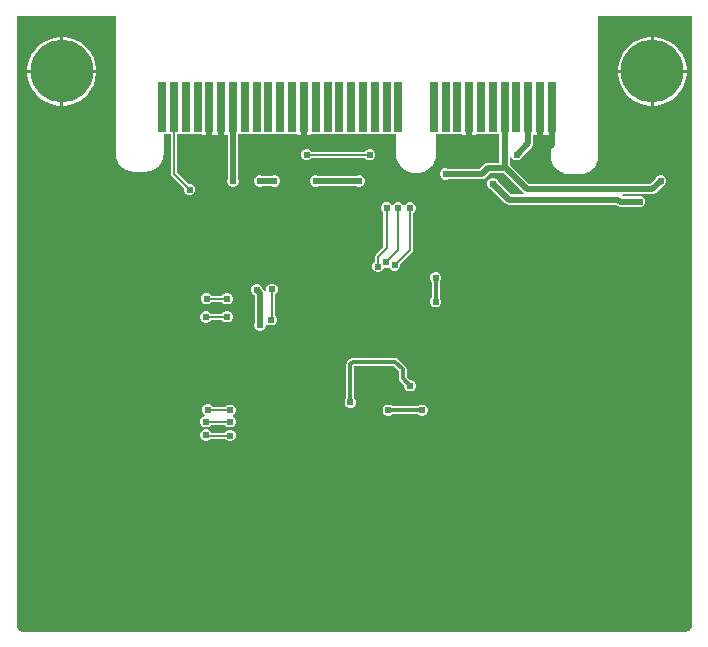
<source format=gbl>
G04*
G04 #@! TF.GenerationSoftware,Altium Limited,Altium Designer,22.7.1 (60)*
G04*
G04 Layer_Physical_Order=2*
G04 Layer_Color=16711680*
%FSLAX25Y25*%
%MOIN*%
G70*
G04*
G04 #@! TF.SameCoordinates,AD343771-C5E9-4EEF-B234-C8D92CA984D8*
G04*
G04*
G04 #@! TF.FilePolarity,Positive*
G04*
G01*
G75*
%ADD14C,0.01200*%
%ADD15C,0.00800*%
%ADD37R,0.02756X0.16535*%
%ADD38R,0.02756X0.16535*%
%ADD39C,0.00600*%
%ADD40C,0.02000*%
%ADD41C,0.20866*%
%ADD42C,0.01400*%
%ADD43C,0.02400*%
G36*
X536864Y205500D02*
Y205306D01*
X536788Y204924D01*
X536639Y204565D01*
X536423Y204241D01*
X536148Y203967D01*
X535825Y203750D01*
X535466Y203602D01*
X535084Y203526D01*
X313691D01*
X313310Y203602D01*
X312951Y203750D01*
X312627Y203967D01*
X312352Y204242D01*
X312136Y204565D01*
X311987Y204924D01*
X311912Y205306D01*
Y205500D01*
Y408858D01*
X344643Y408858D01*
X344700Y408846D01*
X344753Y408824D01*
X344801Y408792D01*
X344842Y408751D01*
X344874Y408703D01*
X344896Y408650D01*
X344907Y408593D01*
X344907Y362808D01*
X344917Y362734D01*
X344911Y362660D01*
X344925Y362375D01*
X344965Y362155D01*
X344979Y361933D01*
X345091Y361374D01*
X345186Y361093D01*
X345263Y360806D01*
X345481Y360279D01*
X345629Y360022D01*
X345761Y359756D01*
X346077Y359282D01*
X346273Y359059D01*
X346454Y358824D01*
X346857Y358420D01*
X347092Y358240D01*
X347315Y358044D01*
X347789Y357728D01*
X348056Y357596D01*
X348312Y357448D01*
X348839Y357230D01*
X349126Y357153D01*
X349407Y357057D01*
X349966Y356946D01*
X350188Y356932D01*
X350408Y356892D01*
X350693Y356878D01*
X350767Y356884D01*
X350841Y356874D01*
X354835Y356874D01*
X354909Y356884D01*
X354984Y356878D01*
X355272Y356892D01*
X355491Y356932D01*
X355714Y356946D01*
X356279Y357059D01*
X356560Y357154D01*
X356847Y357231D01*
X357379Y357452D01*
X357636Y357600D01*
X357903Y357731D01*
X358382Y358051D01*
X358605Y358247D01*
X358840Y358428D01*
X359248Y358835D01*
X359429Y359071D01*
X359624Y359294D01*
X359944Y359773D01*
X360076Y360039D01*
X360224Y360296D01*
X360444Y360829D01*
X360521Y361115D01*
X360617Y361396D01*
X360729Y361962D01*
X360744Y362184D01*
X360784Y362403D01*
X360798Y362692D01*
X360792Y362766D01*
X360802Y362840D01*
Y369487D01*
X363150D01*
Y356075D01*
X363150Y356075D01*
X363235Y355646D01*
X363479Y355282D01*
X367600Y351160D01*
Y350468D01*
X367889Y349770D01*
X368424Y349236D01*
X369122Y348946D01*
X369878D01*
X370576Y349236D01*
X371111Y349770D01*
X371400Y350468D01*
Y351224D01*
X371111Y351923D01*
X370576Y352457D01*
X369878Y352747D01*
X369186D01*
X365393Y356539D01*
Y369487D01*
X373705D01*
Y369187D01*
X375583D01*
Y378454D01*
X376583D01*
Y369187D01*
X379520D01*
Y378454D01*
X380520D01*
Y369187D01*
X382223D01*
Y354524D01*
X382057Y354122D01*
Y353366D01*
X382346Y352668D01*
X382880Y352133D01*
X383579Y351844D01*
X384335D01*
X385033Y352133D01*
X385567Y352668D01*
X385857Y353366D01*
Y354122D01*
X385690Y354524D01*
Y369487D01*
X405201D01*
Y369187D01*
X407079D01*
Y378454D01*
X408079D01*
Y369187D01*
X409957D01*
Y369487D01*
X438214D01*
Y362903D01*
X438224Y362829D01*
X438218Y362755D01*
X438234Y362421D01*
X438274Y362202D01*
X438289Y361979D01*
X438419Y361325D01*
X438514Y361044D01*
X438591Y360757D01*
X438846Y360141D01*
X438995Y359884D01*
X439126Y359618D01*
X439497Y359063D01*
X439692Y358840D01*
X439873Y358605D01*
X440345Y358133D01*
X440580Y357952D01*
X440803Y357757D01*
X441358Y357386D01*
X441624Y357255D01*
X441881Y357106D01*
X442498Y356851D01*
X442784Y356774D01*
X443065Y356679D01*
X443719Y356549D01*
X443942Y356534D01*
X444161Y356494D01*
X444495Y356478D01*
X444569Y356484D01*
X444643Y356474D01*
X445317D01*
X445391Y356484D01*
X445466Y356478D01*
X445799Y356494D01*
X446019Y356534D01*
X446241Y356549D01*
X446896Y356679D01*
X447177Y356774D01*
X447463Y356851D01*
X448079Y357106D01*
X448337Y357255D01*
X448603Y357386D01*
X449157Y357757D01*
X449380Y357952D01*
X449616Y358133D01*
X450087Y358605D01*
X450268Y358840D01*
X450464Y359063D01*
X450835Y359618D01*
X450966Y359884D01*
X451114Y360141D01*
X451369Y360757D01*
X451446Y361044D01*
X451542Y361325D01*
X451672Y361979D01*
X451686Y362202D01*
X451726Y362421D01*
X451743Y362755D01*
X451736Y362829D01*
X451746Y362903D01*
Y369487D01*
X460319D01*
Y369187D01*
X462197D01*
Y378454D01*
X463197D01*
Y369187D01*
X465075D01*
Y369487D01*
X472775D01*
Y359733D01*
X469000D01*
X468337Y359601D01*
X467774Y359226D01*
X466282Y357733D01*
X455603D01*
X455201Y357900D01*
X454445D01*
X453747Y357611D01*
X453212Y357076D01*
X452923Y356378D01*
Y355622D01*
X453212Y354924D01*
X453747Y354389D01*
X454445Y354100D01*
X455201D01*
X455603Y354267D01*
X467000D01*
X467663Y354399D01*
X468226Y354774D01*
X469718Y356267D01*
X474282D01*
X480774Y349774D01*
X480774Y349774D01*
X480836Y349733D01*
X480684Y349233D01*
X476604D01*
X472348Y353489D01*
X472182Y353891D01*
X471647Y354426D01*
X470949Y354715D01*
X470193D01*
X469495Y354426D01*
X468960Y353891D01*
X468671Y353193D01*
Y352437D01*
X468960Y351739D01*
X469495Y351204D01*
X469897Y351038D01*
X474660Y346274D01*
X475222Y345899D01*
X475886Y345767D01*
X511582D01*
X511715Y345634D01*
X512277Y345258D01*
X512941Y345126D01*
X518720D01*
X519122Y344959D01*
X519878D01*
X520576Y345249D01*
X521111Y345783D01*
X521400Y346481D01*
Y347237D01*
X521111Y347936D01*
X520576Y348470D01*
X519878Y348759D01*
X519122D01*
X518720Y348593D01*
X513919D01*
X513777Y348767D01*
X514015Y349267D01*
X523756D01*
X524419Y349399D01*
X524982Y349774D01*
X527174Y351967D01*
X527576Y352133D01*
X528111Y352668D01*
X528400Y353366D01*
Y354122D01*
X528111Y354820D01*
X527576Y355355D01*
X526878Y355644D01*
X526122D01*
X525424Y355355D01*
X524889Y354820D01*
X524723Y354418D01*
X523038Y352733D01*
X482718D01*
X476241Y359210D01*
Y361682D01*
X476741Y361781D01*
X476889Y361424D01*
X477424Y360889D01*
X478122Y360600D01*
X478878D01*
X479576Y360889D01*
X480111Y361424D01*
X480277Y361826D01*
X483607Y365156D01*
X483983Y365719D01*
X484115Y366382D01*
Y369187D01*
X485819D01*
Y378454D01*
X486819D01*
Y369187D01*
X488697D01*
Y369187D01*
X489789D01*
Y362502D01*
X489799Y362427D01*
X489793Y362353D01*
X489810Y362010D01*
X489850Y361790D01*
X489864Y361568D01*
X489998Y360895D01*
X490094Y360614D01*
X490170Y360327D01*
X490433Y359693D01*
X490581Y359436D01*
X490713Y359170D01*
X491094Y358599D01*
X491290Y358376D01*
X491470Y358141D01*
X491956Y357655D01*
X492191Y357474D01*
X492414Y357279D01*
X492985Y356898D01*
X493251Y356766D01*
X493508Y356618D01*
X494142Y356355D01*
X494429Y356278D01*
X494710Y356183D01*
X495383Y356049D01*
X495606Y356035D01*
X495825Y355995D01*
X496168Y355978D01*
X496243Y355984D01*
X496316Y355974D01*
X499605Y355974D01*
X499679Y355984D01*
X499753Y355978D01*
X500052Y355993D01*
X500272Y356032D01*
X500494Y356047D01*
X501081Y356164D01*
X501362Y356259D01*
X501649Y356336D01*
X502202Y356565D01*
X502459Y356713D01*
X502725Y356845D01*
X503223Y357177D01*
X503446Y357373D01*
X503681Y357553D01*
X504104Y357977D01*
X504285Y358212D01*
X504481Y358435D01*
X504813Y358933D01*
X504944Y359199D01*
X505093Y359456D01*
X505322Y360009D01*
X505398Y360295D01*
X505494Y360576D01*
X505611Y361163D01*
X505625Y361386D01*
X505665Y361605D01*
X505680Y361904D01*
X505674Y361979D01*
X505683Y362053D01*
X505683Y408858D01*
X536864D01*
X536864Y205500D01*
D02*
G37*
%LPC*%
G36*
X524620Y401698D02*
X524221D01*
Y390765D01*
X535153D01*
Y391165D01*
X534872Y392943D01*
X534316Y394654D01*
X533499Y396258D01*
X532441Y397713D01*
X531169Y398986D01*
X529713Y400044D01*
X528109Y400861D01*
X526398Y401417D01*
X524620Y401698D01*
D02*
G37*
G36*
X523220D02*
X522821D01*
X521043Y401417D01*
X519332Y400861D01*
X517728Y400044D01*
X516272Y398986D01*
X515000Y397713D01*
X513942Y396258D01*
X513125Y394654D01*
X512569Y392943D01*
X512287Y391165D01*
Y390765D01*
X523220D01*
Y401698D01*
D02*
G37*
G36*
X327770D02*
X327370D01*
Y390765D01*
X338303D01*
Y391165D01*
X338022Y392943D01*
X337466Y394654D01*
X336649Y396258D01*
X335591Y397713D01*
X334318Y398986D01*
X332862Y400044D01*
X331259Y400861D01*
X329547Y401417D01*
X327770Y401698D01*
D02*
G37*
G36*
X326370D02*
X325970D01*
X324193Y401417D01*
X322481Y400861D01*
X320878Y400044D01*
X319422Y398986D01*
X318149Y397713D01*
X317092Y396258D01*
X316275Y394654D01*
X315719Y392943D01*
X315437Y391165D01*
Y390765D01*
X326370D01*
Y401698D01*
D02*
G37*
G36*
X535153Y389765D02*
X524221D01*
Y378832D01*
X524620D01*
X526398Y379114D01*
X528109Y379670D01*
X529713Y380487D01*
X531169Y381545D01*
X532441Y382817D01*
X533499Y384273D01*
X534316Y385877D01*
X534872Y387588D01*
X535153Y389366D01*
Y389765D01*
D02*
G37*
G36*
X523220D02*
X512287D01*
Y389366D01*
X512569Y387588D01*
X513125Y385877D01*
X513942Y384273D01*
X515000Y382817D01*
X516272Y381545D01*
X517728Y380487D01*
X519332Y379670D01*
X521043Y379114D01*
X522821Y378832D01*
X523220D01*
Y389765D01*
D02*
G37*
G36*
X338303D02*
X327370D01*
Y378832D01*
X327770D01*
X329547Y379114D01*
X331259Y379670D01*
X332862Y380487D01*
X334318Y381545D01*
X335591Y382817D01*
X336649Y384273D01*
X337466Y385877D01*
X338022Y387588D01*
X338303Y389366D01*
Y389765D01*
D02*
G37*
G36*
X326370D02*
X315437D01*
Y389366D01*
X315719Y387588D01*
X316275Y385877D01*
X317092Y384273D01*
X318149Y382817D01*
X319422Y381545D01*
X320878Y380487D01*
X322481Y379670D01*
X324193Y379114D01*
X325970Y378832D01*
X326370D01*
Y389765D01*
D02*
G37*
G36*
X408878Y364408D02*
X408122D01*
X407424Y364119D01*
X406889Y363584D01*
X406600Y362886D01*
Y362130D01*
X406889Y361432D01*
X407424Y360897D01*
X408122Y360608D01*
X408878D01*
X409576Y360897D01*
X410111Y361432D01*
X410134Y361488D01*
X427863D01*
X427889Y361424D01*
X428424Y360889D01*
X429122Y360600D01*
X429878D01*
X430576Y360889D01*
X431111Y361424D01*
X431400Y362122D01*
Y362878D01*
X431111Y363576D01*
X430576Y364111D01*
X429878Y364400D01*
X429122D01*
X428424Y364111D01*
X427889Y363576D01*
X427869Y363527D01*
X410134D01*
X410111Y363584D01*
X409576Y364119D01*
X408878Y364408D01*
D02*
G37*
G36*
X426378Y355644D02*
X425622D01*
X425220Y355477D01*
X412296D01*
X411894Y355644D01*
X411138D01*
X410440Y355355D01*
X409905Y354820D01*
X409616Y354122D01*
Y353366D01*
X409905Y352668D01*
X410440Y352133D01*
X411138Y351844D01*
X411894D01*
X412296Y352011D01*
X425220D01*
X425622Y351844D01*
X426378D01*
X427076Y352133D01*
X427611Y352668D01*
X427900Y353366D01*
Y354122D01*
X427611Y354820D01*
X427076Y355355D01*
X426378Y355644D01*
D02*
G37*
G36*
X398114D02*
X397358D01*
X396956Y355477D01*
X393780D01*
X393378Y355644D01*
X392622D01*
X391924Y355355D01*
X391389Y354820D01*
X391100Y354122D01*
Y353366D01*
X391389Y352668D01*
X391924Y352133D01*
X392622Y351844D01*
X393378D01*
X393780Y352011D01*
X396956D01*
X397358Y351844D01*
X398114D01*
X398812Y352133D01*
X399347Y352668D01*
X399636Y353366D01*
Y354122D01*
X399347Y354820D01*
X398812Y355355D01*
X398114Y355644D01*
D02*
G37*
G36*
X443378Y346672D02*
X442622D01*
X441924Y346382D01*
X441389Y345848D01*
X441271Y345561D01*
X440729D01*
X440611Y345848D01*
X440076Y346382D01*
X439378Y346672D01*
X438622D01*
X437924Y346382D01*
X437389Y345848D01*
X437339Y345728D01*
X436798D01*
X436749Y345848D01*
X436214Y346382D01*
X435516Y346672D01*
X434760D01*
X434062Y346382D01*
X433527Y345848D01*
X433238Y345149D01*
Y344394D01*
X433527Y343695D01*
X434062Y343161D01*
X434118Y343137D01*
Y331655D01*
X431557Y329094D01*
X431336Y328763D01*
X431258Y328373D01*
Y326802D01*
X431202Y326779D01*
X430667Y326244D01*
X430378Y325546D01*
Y324790D01*
X430667Y324092D01*
X431202Y323557D01*
X431900Y323268D01*
X432656D01*
X433354Y323557D01*
X433889Y324092D01*
X434069Y324527D01*
X434556Y324866D01*
X435312D01*
X435970Y325138D01*
X436210Y324559D01*
X436744Y324024D01*
X437442Y323735D01*
X438198D01*
X438897Y324024D01*
X439431Y324559D01*
X439720Y325257D01*
Y326013D01*
X439697Y326070D01*
X443721Y330094D01*
X443942Y330424D01*
X444020Y330815D01*
Y343137D01*
X444076Y343161D01*
X444611Y343695D01*
X444900Y344394D01*
Y345149D01*
X444611Y345848D01*
X444076Y346382D01*
X443378Y346672D01*
D02*
G37*
G36*
X397288Y319475D02*
X396533D01*
X395834Y319186D01*
X395300Y318651D01*
X395010Y317953D01*
Y317392D01*
X395010Y317282D01*
X394762Y317130D01*
X394549Y317073D01*
X394467Y317195D01*
X394226Y317556D01*
X393608Y318174D01*
X393441Y318576D01*
X392907Y319111D01*
X392209Y319400D01*
X391453D01*
X390754Y319111D01*
X390220Y318576D01*
X389931Y317878D01*
Y317122D01*
X390220Y316424D01*
X390754Y315889D01*
X391157Y315723D01*
X391267Y315613D01*
Y306446D01*
X391100Y306043D01*
Y305287D01*
X391389Y304589D01*
X391924Y304055D01*
X392622Y303765D01*
X393378D01*
X394076Y304055D01*
X394611Y304589D01*
X394900Y305287D01*
Y305885D01*
X395366Y306126D01*
X395603Y305889D01*
X396301Y305600D01*
X397057D01*
X397755Y305889D01*
X398290Y306424D01*
X398579Y307122D01*
Y307878D01*
X398290Y308576D01*
X397814Y309052D01*
Y315893D01*
X397987Y315964D01*
X398521Y316498D01*
X398810Y317197D01*
Y317953D01*
X398521Y318651D01*
X397987Y319186D01*
X397288Y319475D01*
D02*
G37*
G36*
X382378Y316400D02*
X381622D01*
X380924Y316111D01*
X380389Y315576D01*
X380366Y315520D01*
X376772D01*
X376748Y315576D01*
X376214Y316111D01*
X375516Y316400D01*
X374760D01*
X374061Y316111D01*
X373527Y315576D01*
X373238Y314878D01*
Y314122D01*
X373527Y313424D01*
X374061Y312889D01*
X374760Y312600D01*
X375516D01*
X376214Y312889D01*
X376748Y313424D01*
X376772Y313480D01*
X380366D01*
X380389Y313424D01*
X380924Y312889D01*
X381622Y312600D01*
X382378D01*
X383076Y312889D01*
X383611Y313424D01*
X383900Y314122D01*
Y314878D01*
X383611Y315576D01*
X383076Y316111D01*
X382378Y316400D01*
D02*
G37*
G36*
X451878Y323400D02*
X451122D01*
X450424Y323111D01*
X449889Y322576D01*
X449600Y321878D01*
Y321122D01*
X449889Y320424D01*
X450175Y320139D01*
Y314861D01*
X449889Y314576D01*
X449600Y313878D01*
Y313122D01*
X449889Y312424D01*
X450424Y311889D01*
X451122Y311600D01*
X451878D01*
X452576Y311889D01*
X453111Y312424D01*
X453400Y313122D01*
Y313878D01*
X453111Y314576D01*
X452825Y314861D01*
Y320139D01*
X453111Y320424D01*
X453400Y321122D01*
Y321878D01*
X453111Y322576D01*
X452576Y323111D01*
X451878Y323400D01*
D02*
G37*
G36*
X382378Y310400D02*
X381622D01*
X380924Y310111D01*
X380389Y309576D01*
X380349Y309480D01*
X376618D01*
X376611Y309497D01*
X376076Y310032D01*
X375378Y310321D01*
X374622D01*
X373924Y310032D01*
X373389Y309497D01*
X373100Y308799D01*
Y308043D01*
X373389Y307345D01*
X373924Y306810D01*
X374622Y306521D01*
X375378D01*
X376076Y306810D01*
X376611Y307345D01*
X376651Y307441D01*
X380382D01*
X380389Y307424D01*
X380924Y306889D01*
X381622Y306600D01*
X382378D01*
X383076Y306889D01*
X383611Y307424D01*
X383900Y308122D01*
Y308878D01*
X383611Y309576D01*
X383076Y310111D01*
X382378Y310400D01*
D02*
G37*
G36*
X438000Y294826D02*
X423835D01*
X423327Y294725D01*
X422897Y294437D01*
X422110Y293650D01*
X421823Y293220D01*
X421722Y292713D01*
Y281280D01*
X421437Y280995D01*
X421147Y280296D01*
Y279540D01*
X421437Y278842D01*
X421971Y278308D01*
X422669Y278018D01*
X423425D01*
X424123Y278308D01*
X424658Y278842D01*
X424947Y279540D01*
Y280296D01*
X424658Y280995D01*
X424373Y281280D01*
Y292164D01*
X424384Y292175D01*
X437451D01*
X439175Y290451D01*
Y288000D01*
X439275Y287493D01*
X439563Y287063D01*
X441100Y285525D01*
Y285122D01*
X441389Y284424D01*
X441924Y283889D01*
X442622Y283600D01*
X443378D01*
X444076Y283889D01*
X444611Y284424D01*
X444900Y285122D01*
Y285878D01*
X444611Y286576D01*
X444076Y287111D01*
X443378Y287400D01*
X442975D01*
X441825Y288549D01*
Y291000D01*
X441725Y291507D01*
X441437Y291937D01*
X438937Y294437D01*
X438507Y294725D01*
X438000Y294826D01*
D02*
G37*
G36*
X447378Y279201D02*
X446622D01*
X445924Y278911D01*
X445639Y278626D01*
X437081D01*
X436796Y278911D01*
X436097Y279201D01*
X435342D01*
X434643Y278911D01*
X434109Y278377D01*
X433819Y277679D01*
Y276923D01*
X434109Y276224D01*
X434643Y275690D01*
X435342Y275401D01*
X436097D01*
X436796Y275690D01*
X437081Y275975D01*
X445639D01*
X445924Y275690D01*
X446622Y275401D01*
X447378D01*
X448076Y275690D01*
X448611Y276224D01*
X448900Y276923D01*
Y277679D01*
X448611Y278377D01*
X448076Y278911D01*
X447378Y279201D01*
D02*
G37*
G36*
X375878Y279400D02*
X375122D01*
X374424Y279111D01*
X373889Y278576D01*
X373600Y277878D01*
Y277122D01*
X373889Y276424D01*
X374424Y275889D01*
X374490Y275862D01*
X374460Y275333D01*
X373924Y275111D01*
X373389Y274576D01*
X373100Y273878D01*
Y273122D01*
X373389Y272424D01*
X373924Y271889D01*
X374622Y271600D01*
X375378D01*
X376076Y271889D01*
X376611Y272424D01*
X376634Y272480D01*
X381366D01*
X381389Y272424D01*
X381924Y271889D01*
X382622Y271600D01*
X383378D01*
X384076Y271889D01*
X384611Y272424D01*
X384900Y273122D01*
Y273878D01*
X384611Y274576D01*
X384076Y275111D01*
X384030Y275130D01*
Y275671D01*
X384076Y275690D01*
X384611Y276224D01*
X384900Y276923D01*
Y277679D01*
X384611Y278377D01*
X384076Y278911D01*
X383378Y279201D01*
X382622D01*
X381924Y278911D01*
X381389Y278377D01*
X381366Y278320D01*
X377217D01*
X377111Y278576D01*
X376576Y279111D01*
X375878Y279400D01*
D02*
G37*
G36*
X375378Y270900D02*
X374622D01*
X373924Y270611D01*
X373389Y270076D01*
X373100Y269378D01*
Y268622D01*
X373389Y267924D01*
X373924Y267389D01*
X374622Y267100D01*
X375378D01*
X376076Y267389D01*
X376530Y267843D01*
X381366D01*
X381389Y267786D01*
X381924Y267251D01*
X382622Y266962D01*
X383378D01*
X384076Y267251D01*
X384611Y267786D01*
X384900Y268484D01*
Y269240D01*
X384611Y269938D01*
X384076Y270473D01*
X383378Y270762D01*
X382622D01*
X381924Y270473D01*
X381389Y269938D01*
X381366Y269882D01*
X376691D01*
X376611Y270076D01*
X376076Y270611D01*
X375378Y270900D01*
D02*
G37*
%LPD*%
D14*
X440500Y288000D02*
Y291000D01*
X438000Y293500D02*
X440500Y291000D01*
X423835Y293500D02*
X438000D01*
X451500Y313500D02*
Y321500D01*
X440500Y288000D02*
X443000Y285500D01*
X423047Y279918D02*
Y292713D01*
X423835Y293500D01*
X435719Y277301D02*
X447000D01*
D15*
X364272Y356075D02*
X369500Y350847D01*
X364272Y356075D02*
Y378454D01*
D37*
X391831D02*
D03*
X399705D02*
D03*
X411516D02*
D03*
X360335D02*
D03*
X372146D02*
D03*
X383957D02*
D03*
X380020D02*
D03*
X364272D02*
D03*
X376083D02*
D03*
X403642D02*
D03*
X395768D02*
D03*
X368209D02*
D03*
X407579D02*
D03*
X387894D02*
D03*
X419390D02*
D03*
X458760D02*
D03*
X423327D02*
D03*
X435138D02*
D03*
X486319D02*
D03*
X478445D02*
D03*
X450886D02*
D03*
X462697D02*
D03*
X439075D02*
D03*
X427264D02*
D03*
X470571D02*
D03*
X466634D02*
D03*
X454823D02*
D03*
X482382D02*
D03*
X474508D02*
D03*
X431201D02*
D03*
X415453D02*
D03*
D38*
X490256D02*
D03*
D39*
X439000Y330832D02*
Y344772D01*
X434934Y326766D02*
X439000Y330832D01*
X435138Y331233D02*
Y344772D01*
X432278Y328373D02*
X435138Y331233D01*
X432278Y325168D02*
Y328373D01*
X437820Y325635D02*
X443000Y330815D01*
Y344772D01*
X396795Y317459D02*
X396910Y317575D01*
X396679Y307500D02*
X396795Y307616D01*
Y317459D01*
X429492Y362508D02*
X429500Y362500D01*
X408500Y362508D02*
X429492D01*
X375039Y308461D02*
X381961D01*
X375000Y308421D02*
X375039Y308461D01*
X381961D02*
X382000Y308500D01*
X375138Y314500D02*
X382000D01*
X375499Y273501D02*
X375500Y273500D01*
X375002Y273501D02*
X375499D01*
X375000Y273500D02*
X375002Y273501D01*
X375500Y273500D02*
X383000D01*
X375000Y269000D02*
X375138Y268862D01*
X383000D01*
X375699Y277301D02*
X383000D01*
X375500Y277500D02*
X375699Y277301D01*
D40*
X393000Y353744D02*
X397736D01*
X512941Y346859D02*
X519500D01*
X512300Y347500D02*
X512941Y346859D01*
X475000Y358000D02*
X482000Y351000D01*
X523756D01*
X526500Y353744D01*
X475886Y347500D02*
X512300D01*
X470571Y352815D02*
X475886Y347500D01*
X469000Y358000D02*
X475000D01*
X474508Y358492D02*
Y378454D01*
Y358492D02*
X475000Y358000D01*
X489084Y364689D02*
X490256Y365861D01*
Y378454D01*
X486319Y364689D02*
X489084D01*
X485493D02*
X486319D01*
X482304Y361500D02*
X485493Y364689D01*
X478500Y362500D02*
X482382Y366382D01*
Y378454D01*
X486319Y364689D02*
Y378454D01*
X462697Y365697D02*
Y378454D01*
X462500Y365500D02*
X462697Y365697D01*
X407579Y366579D02*
Y378454D01*
X407500Y366500D02*
X407579Y366579D01*
X375499Y360000D02*
X378500D01*
X380020Y361520D01*
Y378454D01*
X376083Y360584D02*
Y378454D01*
X375499Y360000D02*
X376083Y360584D01*
X393000Y305665D02*
Y316331D01*
X391831Y317500D02*
X393000Y316331D01*
X383957Y353744D02*
Y378454D01*
X411516Y353744D02*
X426000D01*
X454823Y356000D02*
X467000D01*
X469000Y358000D01*
D41*
X326870Y390265D02*
D03*
X523721D02*
D03*
D42*
X332683Y384452D02*
D03*
X335091Y390265D02*
D03*
X332683Y396078D02*
D03*
X326870Y398486D02*
D03*
D03*
X321057Y396078D02*
D03*
X318649Y390265D02*
D03*
X321057Y384452D02*
D03*
X326870Y382045D02*
D03*
X529533Y384452D02*
D03*
X531941Y390265D02*
D03*
X529533Y396078D02*
D03*
X523721Y398486D02*
D03*
D03*
X517907Y396078D02*
D03*
X515500Y390265D02*
D03*
X517907Y384452D02*
D03*
X523721Y382045D02*
D03*
D43*
X397736Y353744D02*
D03*
X519500Y346859D02*
D03*
X426000Y341000D02*
D03*
X383000Y273500D02*
D03*
X437820Y325635D02*
D03*
X434934Y326766D02*
D03*
X485319Y339500D02*
D03*
X375000Y273500D02*
D03*
X382000Y314500D02*
D03*
X375500Y277500D02*
D03*
X383000Y268862D02*
D03*
X375000Y269000D02*
D03*
X451500Y313500D02*
D03*
X396679Y307500D02*
D03*
X465362Y316500D02*
D03*
X383000Y277301D02*
D03*
X494319Y339500D02*
D03*
X447000Y277301D02*
D03*
X465362Y346296D02*
D03*
X502319Y339500D02*
D03*
X383957Y353744D02*
D03*
X462500Y365500D02*
D03*
X375138Y314500D02*
D03*
X446500Y294642D02*
D03*
X391831Y317500D02*
D03*
X403642Y295500D02*
D03*
X435719Y277301D02*
D03*
X432278Y325168D02*
D03*
X393000Y353744D02*
D03*
X375499Y360000D02*
D03*
X439000Y344772D02*
D03*
X435138D02*
D03*
X369500Y350847D02*
D03*
X407500Y366500D02*
D03*
X451500Y321500D02*
D03*
X396910Y317575D02*
D03*
X382000Y308500D02*
D03*
X399500Y366335D02*
D03*
X443000Y344772D02*
D03*
X403642Y366335D02*
D03*
X375000Y308421D02*
D03*
X429500Y362500D02*
D03*
X426000Y353744D02*
D03*
X443000Y285500D02*
D03*
X411516Y353744D02*
D03*
X408500Y362508D02*
D03*
X393000Y305665D02*
D03*
X470571Y352815D02*
D03*
X526500Y353744D02*
D03*
X454823Y356000D02*
D03*
X427000Y366335D02*
D03*
X478500Y362500D02*
D03*
X423047Y279918D02*
D03*
X450500Y259500D02*
D03*
X482304Y361500D02*
D03*
X384032Y299000D02*
D03*
X422000Y259500D02*
D03*
X428953Y258488D02*
D03*
X435719Y258500D02*
D03*
X443000Y259500D02*
D03*
X459877Y350847D02*
D03*
X461516Y311000D02*
D03*
X432496Y297004D02*
D03*
X428165D02*
D03*
X423835D02*
D03*
X419504D02*
D03*
X432496Y301335D02*
D03*
X428165D02*
D03*
X423835D02*
D03*
X419504D02*
D03*
X432496Y305665D02*
D03*
X428165D02*
D03*
X423835D02*
D03*
X419504D02*
D03*
X432496Y309996D02*
D03*
X428165D02*
D03*
X423835D02*
D03*
X419504D02*
D03*
M02*

</source>
